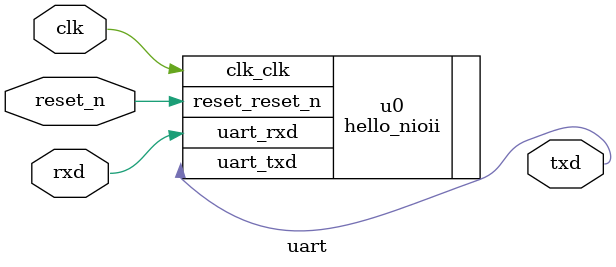
<source format=v>
module uart(
	input clk,
	input reset_n,
	//uart的接收和发送端
	input rxd,//接收
	output txd//发送
);

hello_nioii u0 (
        .clk_clk       (clk),       //   clk.clk
        .reset_reset_n (reset_n), // reset.reset_n
        .uart_rxd      (rxd),      //  uart.rxd
        .uart_txd      (txd)       //      .txd
    );

endmodule

</source>
